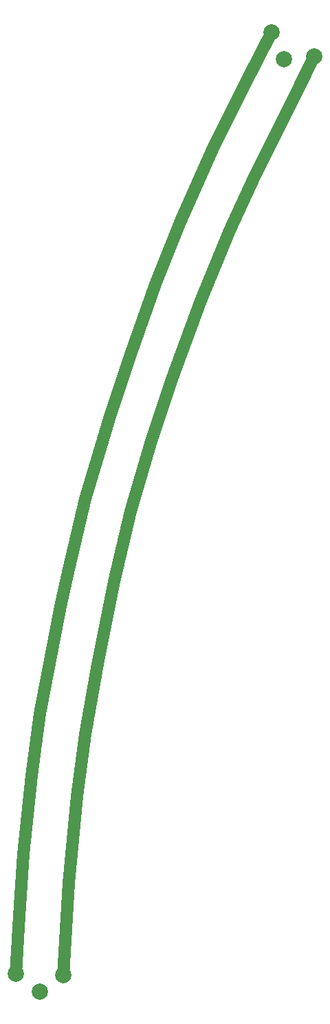
<source format=gbr>
%TF.GenerationSoftware,KiCad,Pcbnew,7.0.9*%
%TF.CreationDate,2023-12-31T20:51:38-05:00*%
%TF.ProjectId,RGB Clock,52474220-436c-46f6-936b-2e6b69636164,rev?*%
%TF.SameCoordinates,Original*%
%TF.FileFunction,Copper,L2,Bot*%
%TF.FilePolarity,Positive*%
%FSLAX46Y46*%
G04 Gerber Fmt 4.6, Leading zero omitted, Abs format (unit mm)*
G04 Created by KiCad (PCBNEW 7.0.9) date 2023-12-31 20:51:38*
%MOMM*%
%LPD*%
G01*
G04 APERTURE LIST*
%TA.AperFunction,ComponentPad*%
%ADD10C,2.000000*%
%TD*%
%TA.AperFunction,Conductor*%
%ADD11C,1.500000*%
%TD*%
G04 APERTURE END LIST*
D10*
%TO.P,J4,1,Pin_1*%
%TO.N,Net-(D1-DIN)*%
X55880000Y-162179000D03*
%TD*%
%TO.P,J5,1,Pin_1*%
%TO.N,Net-(D1-VSS)*%
X58801000Y-160147000D03*
%TD*%
%TO.P,J8,1,Pin_1*%
%TO.N,Net-(D1-VSS)*%
X89662000Y-47117000D03*
%TD*%
%TO.P,J6,1,Pin_1*%
%TO.N,Net-(D5-DOUT)*%
X85979000Y-47498000D03*
%TD*%
%TO.P,J7,1,Pin_1*%
%TO.N,Net-(D1-VDD)*%
X84455000Y-44196000D03*
%TD*%
%TO.P,J3,1,Pin_1*%
%TO.N,Net-(D1-VDD)*%
X52959000Y-160020000D03*
%TD*%
D11*
%TO.N,Net-(D1-VDD)*%
X73152000Y-67564000D02*
X70104000Y-75184000D01*
X58420000Y-114808000D02*
X55880000Y-128016000D01*
X53848000Y-145288000D02*
X53340000Y-152908000D01*
X59436000Y-110236000D02*
X58420000Y-114808000D01*
X55880000Y-128016000D02*
X54864000Y-135636000D01*
X61468000Y-101600000D02*
X59436000Y-110236000D01*
X77216000Y-58420000D02*
X73152000Y-67564000D01*
X64516000Y-91440000D02*
X61468000Y-101600000D01*
X54864000Y-135636000D02*
X53848000Y-145288000D01*
X84455000Y-44196000D02*
X81280000Y-50292000D01*
X70104000Y-75184000D02*
X67056000Y-83820000D01*
X81280000Y-50292000D02*
X77216000Y-58420000D01*
X67056000Y-83820000D02*
X64516000Y-91440000D01*
X53340000Y-152908000D02*
X52959000Y-160020000D01*
%TO.N,Net-(D1-VSS)*%
X72136000Y-86868000D02*
X75692000Y-77216000D01*
X58801000Y-160147000D02*
X59436000Y-148844000D01*
X75692000Y-77216000D02*
X79248000Y-68580000D01*
X60452000Y-138176000D02*
X61468000Y-130556000D01*
X82296000Y-61976000D02*
X86868000Y-52832000D01*
X65024000Y-111760000D02*
X67056000Y-103124000D01*
X86868000Y-52832000D02*
X89662000Y-47117000D01*
X59436000Y-148844000D02*
X60452000Y-138176000D01*
X61468000Y-130556000D02*
X62992000Y-121920000D01*
X69596000Y-94488000D02*
X72136000Y-86868000D01*
X79248000Y-68580000D02*
X82296000Y-61976000D01*
X62992000Y-121920000D02*
X65024000Y-111760000D01*
X67056000Y-103124000D02*
X69596000Y-94488000D01*
%TD*%
M02*

</source>
